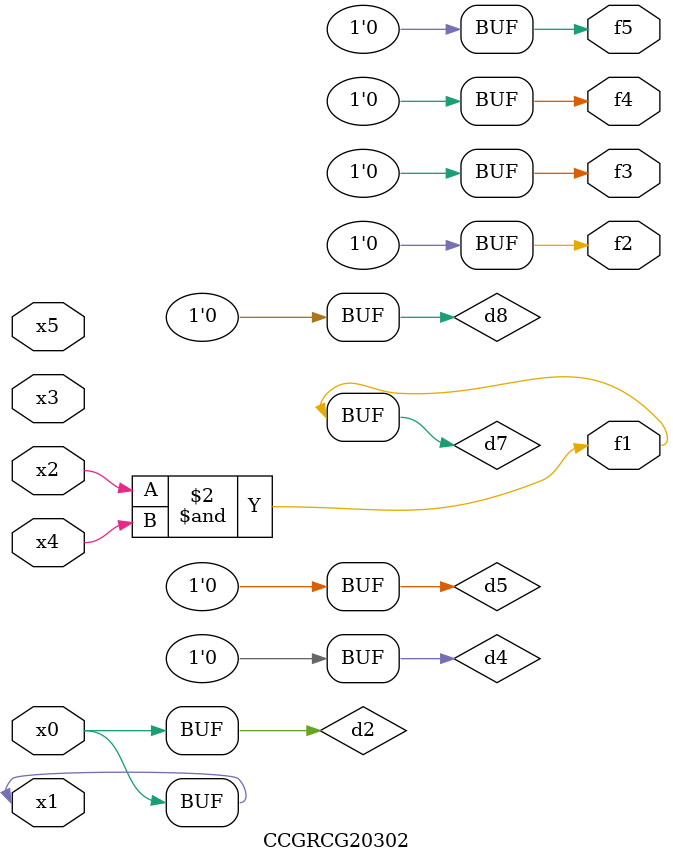
<source format=v>
module CCGRCG20302(
	input x0, x1, x2, x3, x4, x5,
	output f1, f2, f3, f4, f5
);

	wire d1, d2, d3, d4, d5, d6, d7, d8, d9;

	nand (d1, x1);
	buf (d2, x0, x1);
	nand (d3, x2, x4);
	and (d4, d1, d2);
	and (d5, d1, d2);
	nand (d6, d1, d3);
	not (d7, d3);
	xor (d8, d5);
	nor (d9, d5, d6);
	assign f1 = d7;
	assign f2 = d8;
	assign f3 = d8;
	assign f4 = d8;
	assign f5 = d8;
endmodule

</source>
